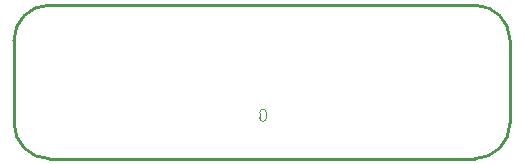
<source format=gbr>
%TF.GenerationSoftware,KiCad,Pcbnew,(7.0.0)*%
%TF.CreationDate,2023-10-06T02:17:28-07:00*%
%TF.ProjectId,daughterboard,64617567-6874-4657-9262-6f6172642e6b,1.0*%
%TF.SameCoordinates,Original*%
%TF.FileFunction,Profile,NP*%
%FSLAX46Y46*%
G04 Gerber Fmt 4.6, Leading zero omitted, Abs format (unit mm)*
G04 Created by KiCad (PCBNEW (7.0.0)) date 2023-10-06 02:17:28*
%MOMM*%
%LPD*%
G01*
G04 APERTURE LIST*
%TA.AperFunction,Profile*%
%ADD10C,0.250000*%
%TD*%
%TA.AperFunction,Profile*%
%ADD11C,0.010000*%
%TD*%
G04 APERTURE END LIST*
D10*
X84463001Y-51045001D02*
G75*
G03*
X81463001Y-54045001I-1J-2999999D01*
G01*
X81463001Y-54045001D02*
X81463001Y-61045000D01*
X120463000Y-51045001D02*
X84463001Y-51045001D01*
X84463001Y-64045000D02*
X120463000Y-64045000D01*
X123462999Y-54045001D02*
G75*
G03*
X120463000Y-51045001I-2999999J1D01*
G01*
X81463000Y-61045000D02*
G75*
G03*
X84463001Y-64045000I3000000J0D01*
G01*
X123463000Y-61045000D02*
X123463000Y-54045001D01*
X120463000Y-64045000D02*
G75*
G03*
X123463000Y-61045000I0J3000000D01*
G01*
D11*
%TO.C,J1*%
X102261000Y-60590000D02*
X102261000Y-60170000D01*
X102841000Y-60170000D02*
X102841000Y-60590000D01*
X102261000Y-60590000D02*
G75*
G03*
X102841000Y-60590000I290000J0D01*
G01*
X102261000Y-60590000D02*
G75*
G03*
X102841000Y-60590000I290000J0D01*
G01*
X102841000Y-60170000D02*
G75*
G03*
X102261000Y-60170000I-290000J0D01*
G01*
X102841000Y-60170000D02*
G75*
G03*
X102261000Y-60170000I-290000J0D01*
G01*
%TD*%
M02*

</source>
